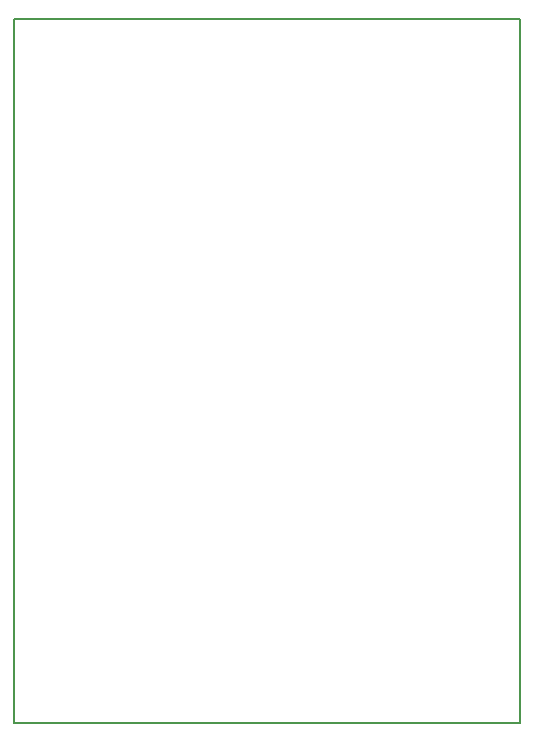
<source format=gbr>
G04 #@! TF.FileFunction,Profile,NP*
%FSLAX46Y46*%
G04 Gerber Fmt 4.6, Leading zero omitted, Abs format (unit mm)*
G04 Created by KiCad (PCBNEW 4.0.4-stable) date 02/13/17 09:14:57*
%MOMM*%
%LPD*%
G01*
G04 APERTURE LIST*
%ADD10C,0.100000*%
%ADD11C,0.150000*%
G04 APERTURE END LIST*
D10*
D11*
X127076100Y-134843600D02*
X169926100Y-134843600D01*
X169926100Y-134843600D02*
X169926100Y-75163600D01*
X169926100Y-75163600D02*
X127076100Y-75163600D01*
X127076100Y-75163600D02*
X127076100Y-134843600D01*
M02*

</source>
